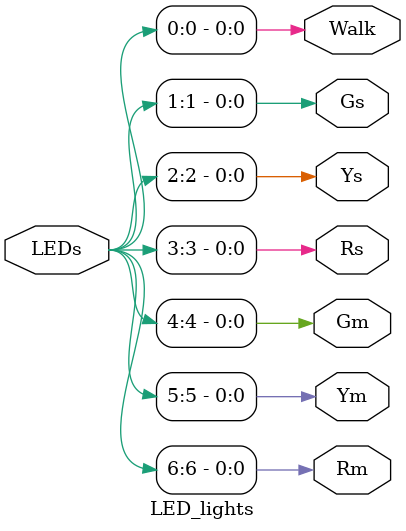
<source format=v>
module LED_lights (LEDs, Rm,Ym,Gm,Rs,Ys,Gs,Walk);
  
  input[6:0] LEDs;
  output Rm,Ym,Gm,Rs,Ys,Gs,Walk;
  
  reg Rm,Ym,Gm,Rs,Ys,Gs,Walk;
  
  always @ (LEDs)
    begin
      Rm <= LEDs[6:6]; 
      Ym <= LEDs[5:5];
      Gm <= LEDs[4:4];
      Rs <= LEDs[3:3];
      Ys <= LEDs[2:2];
      Gs <= LEDs[1:1];
      Walk <= LEDs[0:0];
    end
endmodule

</source>
